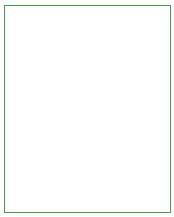
<source format=gm1>
%TF.GenerationSoftware,KiCad,Pcbnew,9.0.4*%
%TF.CreationDate,2025-10-01T23:03:38+01:00*%
%TF.ProjectId,vm_light_sensor,766d5f6c-6967-4687-945f-73656e736f72,0.4*%
%TF.SameCoordinates,PX510ff40PY47868c0*%
%TF.FileFunction,Profile,NP*%
%FSLAX45Y45*%
G04 Gerber Fmt 4.5, Leading zero omitted, Abs format (unit mm)*
G04 Created by KiCad (PCBNEW 9.0.4) date 2025-10-01 23:03:38*
%MOMM*%
%LPD*%
G01*
G04 APERTURE LIST*
%TA.AperFunction,Profile*%
%ADD10C,0.050000*%
%TD*%
G04 APERTURE END LIST*
D10*
X-700000Y875000D02*
X700000Y875000D01*
X700000Y-875000D01*
X-700000Y-875000D01*
X-700000Y875000D01*
M02*

</source>
